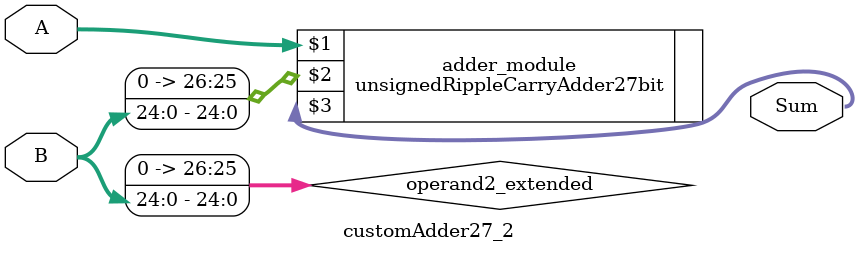
<source format=v>

module customAdder27_2(
                    input [26 : 0] A,
                    input [24 : 0] B,
                    
                    output [27 : 0] Sum
            );

    wire [26 : 0] operand2_extended;
    
    assign operand2_extended =  {2'b0, B};
    
    unsignedRippleCarryAdder27bit adder_module(
        A,
        operand2_extended,
        Sum
    );
    
endmodule
        
</source>
